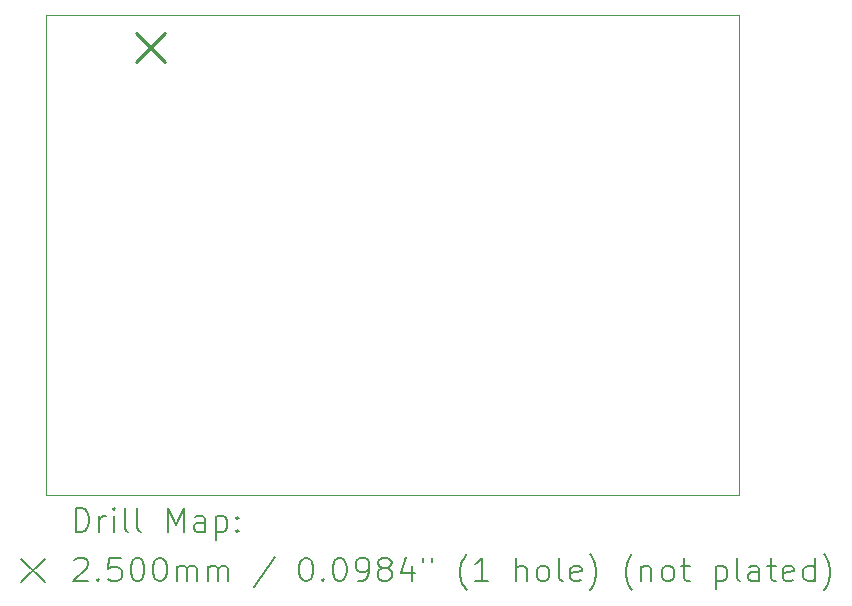
<source format=gbr>
%FSLAX45Y45*%
G04 Gerber Fmt 4.5, Leading zero omitted, Abs format (unit mm)*
G04 Created by KiCad (PCBNEW (6.0.5)) date 2024-04-20 13:37:29*
%MOMM*%
%LPD*%
G01*
G04 APERTURE LIST*
%TA.AperFunction,Profile*%
%ADD10C,0.100000*%
%TD*%
%ADD11C,0.200000*%
%ADD12C,0.250000*%
G04 APERTURE END LIST*
D10*
X16764000Y-8559800D02*
X16764000Y-12623800D01*
X16764000Y-12623800D02*
X10896600Y-12623800D01*
X10896600Y-8559800D02*
X16764000Y-8559800D01*
X10896600Y-12623800D02*
X10896600Y-8559800D01*
D11*
D12*
X11660600Y-8714200D02*
X11910600Y-8964200D01*
X11910600Y-8714200D02*
X11660600Y-8964200D01*
D11*
X11149219Y-12939276D02*
X11149219Y-12739276D01*
X11196838Y-12739276D01*
X11225409Y-12748800D01*
X11244457Y-12767848D01*
X11253981Y-12786895D01*
X11263505Y-12824990D01*
X11263505Y-12853562D01*
X11253981Y-12891657D01*
X11244457Y-12910705D01*
X11225409Y-12929752D01*
X11196838Y-12939276D01*
X11149219Y-12939276D01*
X11349219Y-12939276D02*
X11349219Y-12805943D01*
X11349219Y-12844038D02*
X11358743Y-12824990D01*
X11368267Y-12815467D01*
X11387314Y-12805943D01*
X11406362Y-12805943D01*
X11473028Y-12939276D02*
X11473028Y-12805943D01*
X11473028Y-12739276D02*
X11463505Y-12748800D01*
X11473028Y-12758324D01*
X11482552Y-12748800D01*
X11473028Y-12739276D01*
X11473028Y-12758324D01*
X11596838Y-12939276D02*
X11577790Y-12929752D01*
X11568267Y-12910705D01*
X11568267Y-12739276D01*
X11701600Y-12939276D02*
X11682552Y-12929752D01*
X11673028Y-12910705D01*
X11673028Y-12739276D01*
X11930171Y-12939276D02*
X11930171Y-12739276D01*
X11996838Y-12882133D01*
X12063505Y-12739276D01*
X12063505Y-12939276D01*
X12244457Y-12939276D02*
X12244457Y-12834514D01*
X12234933Y-12815467D01*
X12215886Y-12805943D01*
X12177790Y-12805943D01*
X12158743Y-12815467D01*
X12244457Y-12929752D02*
X12225409Y-12939276D01*
X12177790Y-12939276D01*
X12158743Y-12929752D01*
X12149219Y-12910705D01*
X12149219Y-12891657D01*
X12158743Y-12872609D01*
X12177790Y-12863086D01*
X12225409Y-12863086D01*
X12244457Y-12853562D01*
X12339695Y-12805943D02*
X12339695Y-13005943D01*
X12339695Y-12815467D02*
X12358743Y-12805943D01*
X12396838Y-12805943D01*
X12415886Y-12815467D01*
X12425409Y-12824990D01*
X12434933Y-12844038D01*
X12434933Y-12901181D01*
X12425409Y-12920228D01*
X12415886Y-12929752D01*
X12396838Y-12939276D01*
X12358743Y-12939276D01*
X12339695Y-12929752D01*
X12520648Y-12920228D02*
X12530171Y-12929752D01*
X12520648Y-12939276D01*
X12511124Y-12929752D01*
X12520648Y-12920228D01*
X12520648Y-12939276D01*
X12520648Y-12815467D02*
X12530171Y-12824990D01*
X12520648Y-12834514D01*
X12511124Y-12824990D01*
X12520648Y-12815467D01*
X12520648Y-12834514D01*
X10691600Y-13168800D02*
X10891600Y-13368800D01*
X10891600Y-13168800D02*
X10691600Y-13368800D01*
X11139695Y-13178324D02*
X11149219Y-13168800D01*
X11168267Y-13159276D01*
X11215886Y-13159276D01*
X11234933Y-13168800D01*
X11244457Y-13178324D01*
X11253981Y-13197371D01*
X11253981Y-13216419D01*
X11244457Y-13244990D01*
X11130171Y-13359276D01*
X11253981Y-13359276D01*
X11339695Y-13340228D02*
X11349219Y-13349752D01*
X11339695Y-13359276D01*
X11330171Y-13349752D01*
X11339695Y-13340228D01*
X11339695Y-13359276D01*
X11530171Y-13159276D02*
X11434933Y-13159276D01*
X11425409Y-13254514D01*
X11434933Y-13244990D01*
X11453981Y-13235467D01*
X11501600Y-13235467D01*
X11520648Y-13244990D01*
X11530171Y-13254514D01*
X11539695Y-13273562D01*
X11539695Y-13321181D01*
X11530171Y-13340228D01*
X11520648Y-13349752D01*
X11501600Y-13359276D01*
X11453981Y-13359276D01*
X11434933Y-13349752D01*
X11425409Y-13340228D01*
X11663505Y-13159276D02*
X11682552Y-13159276D01*
X11701600Y-13168800D01*
X11711124Y-13178324D01*
X11720648Y-13197371D01*
X11730171Y-13235467D01*
X11730171Y-13283086D01*
X11720648Y-13321181D01*
X11711124Y-13340228D01*
X11701600Y-13349752D01*
X11682552Y-13359276D01*
X11663505Y-13359276D01*
X11644457Y-13349752D01*
X11634933Y-13340228D01*
X11625409Y-13321181D01*
X11615886Y-13283086D01*
X11615886Y-13235467D01*
X11625409Y-13197371D01*
X11634933Y-13178324D01*
X11644457Y-13168800D01*
X11663505Y-13159276D01*
X11853981Y-13159276D02*
X11873028Y-13159276D01*
X11892076Y-13168800D01*
X11901600Y-13178324D01*
X11911124Y-13197371D01*
X11920648Y-13235467D01*
X11920648Y-13283086D01*
X11911124Y-13321181D01*
X11901600Y-13340228D01*
X11892076Y-13349752D01*
X11873028Y-13359276D01*
X11853981Y-13359276D01*
X11834933Y-13349752D01*
X11825409Y-13340228D01*
X11815886Y-13321181D01*
X11806362Y-13283086D01*
X11806362Y-13235467D01*
X11815886Y-13197371D01*
X11825409Y-13178324D01*
X11834933Y-13168800D01*
X11853981Y-13159276D01*
X12006362Y-13359276D02*
X12006362Y-13225943D01*
X12006362Y-13244990D02*
X12015886Y-13235467D01*
X12034933Y-13225943D01*
X12063505Y-13225943D01*
X12082552Y-13235467D01*
X12092076Y-13254514D01*
X12092076Y-13359276D01*
X12092076Y-13254514D02*
X12101600Y-13235467D01*
X12120648Y-13225943D01*
X12149219Y-13225943D01*
X12168267Y-13235467D01*
X12177790Y-13254514D01*
X12177790Y-13359276D01*
X12273028Y-13359276D02*
X12273028Y-13225943D01*
X12273028Y-13244990D02*
X12282552Y-13235467D01*
X12301600Y-13225943D01*
X12330171Y-13225943D01*
X12349219Y-13235467D01*
X12358743Y-13254514D01*
X12358743Y-13359276D01*
X12358743Y-13254514D02*
X12368267Y-13235467D01*
X12387314Y-13225943D01*
X12415886Y-13225943D01*
X12434933Y-13235467D01*
X12444457Y-13254514D01*
X12444457Y-13359276D01*
X12834933Y-13149752D02*
X12663505Y-13406895D01*
X13092076Y-13159276D02*
X13111124Y-13159276D01*
X13130171Y-13168800D01*
X13139695Y-13178324D01*
X13149219Y-13197371D01*
X13158743Y-13235467D01*
X13158743Y-13283086D01*
X13149219Y-13321181D01*
X13139695Y-13340228D01*
X13130171Y-13349752D01*
X13111124Y-13359276D01*
X13092076Y-13359276D01*
X13073028Y-13349752D01*
X13063505Y-13340228D01*
X13053981Y-13321181D01*
X13044457Y-13283086D01*
X13044457Y-13235467D01*
X13053981Y-13197371D01*
X13063505Y-13178324D01*
X13073028Y-13168800D01*
X13092076Y-13159276D01*
X13244457Y-13340228D02*
X13253981Y-13349752D01*
X13244457Y-13359276D01*
X13234933Y-13349752D01*
X13244457Y-13340228D01*
X13244457Y-13359276D01*
X13377790Y-13159276D02*
X13396838Y-13159276D01*
X13415886Y-13168800D01*
X13425409Y-13178324D01*
X13434933Y-13197371D01*
X13444457Y-13235467D01*
X13444457Y-13283086D01*
X13434933Y-13321181D01*
X13425409Y-13340228D01*
X13415886Y-13349752D01*
X13396838Y-13359276D01*
X13377790Y-13359276D01*
X13358743Y-13349752D01*
X13349219Y-13340228D01*
X13339695Y-13321181D01*
X13330171Y-13283086D01*
X13330171Y-13235467D01*
X13339695Y-13197371D01*
X13349219Y-13178324D01*
X13358743Y-13168800D01*
X13377790Y-13159276D01*
X13539695Y-13359276D02*
X13577790Y-13359276D01*
X13596838Y-13349752D01*
X13606362Y-13340228D01*
X13625409Y-13311657D01*
X13634933Y-13273562D01*
X13634933Y-13197371D01*
X13625409Y-13178324D01*
X13615886Y-13168800D01*
X13596838Y-13159276D01*
X13558743Y-13159276D01*
X13539695Y-13168800D01*
X13530171Y-13178324D01*
X13520648Y-13197371D01*
X13520648Y-13244990D01*
X13530171Y-13264038D01*
X13539695Y-13273562D01*
X13558743Y-13283086D01*
X13596838Y-13283086D01*
X13615886Y-13273562D01*
X13625409Y-13264038D01*
X13634933Y-13244990D01*
X13749219Y-13244990D02*
X13730171Y-13235467D01*
X13720648Y-13225943D01*
X13711124Y-13206895D01*
X13711124Y-13197371D01*
X13720648Y-13178324D01*
X13730171Y-13168800D01*
X13749219Y-13159276D01*
X13787314Y-13159276D01*
X13806362Y-13168800D01*
X13815886Y-13178324D01*
X13825409Y-13197371D01*
X13825409Y-13206895D01*
X13815886Y-13225943D01*
X13806362Y-13235467D01*
X13787314Y-13244990D01*
X13749219Y-13244990D01*
X13730171Y-13254514D01*
X13720648Y-13264038D01*
X13711124Y-13283086D01*
X13711124Y-13321181D01*
X13720648Y-13340228D01*
X13730171Y-13349752D01*
X13749219Y-13359276D01*
X13787314Y-13359276D01*
X13806362Y-13349752D01*
X13815886Y-13340228D01*
X13825409Y-13321181D01*
X13825409Y-13283086D01*
X13815886Y-13264038D01*
X13806362Y-13254514D01*
X13787314Y-13244990D01*
X13996838Y-13225943D02*
X13996838Y-13359276D01*
X13949219Y-13149752D02*
X13901600Y-13292609D01*
X14025409Y-13292609D01*
X14092076Y-13159276D02*
X14092076Y-13197371D01*
X14168267Y-13159276D02*
X14168267Y-13197371D01*
X14463505Y-13435467D02*
X14453981Y-13425943D01*
X14434933Y-13397371D01*
X14425409Y-13378324D01*
X14415886Y-13349752D01*
X14406362Y-13302133D01*
X14406362Y-13264038D01*
X14415886Y-13216419D01*
X14425409Y-13187848D01*
X14434933Y-13168800D01*
X14453981Y-13140228D01*
X14463505Y-13130705D01*
X14644457Y-13359276D02*
X14530171Y-13359276D01*
X14587314Y-13359276D02*
X14587314Y-13159276D01*
X14568267Y-13187848D01*
X14549219Y-13206895D01*
X14530171Y-13216419D01*
X14882552Y-13359276D02*
X14882552Y-13159276D01*
X14968267Y-13359276D02*
X14968267Y-13254514D01*
X14958743Y-13235467D01*
X14939695Y-13225943D01*
X14911124Y-13225943D01*
X14892076Y-13235467D01*
X14882552Y-13244990D01*
X15092076Y-13359276D02*
X15073028Y-13349752D01*
X15063505Y-13340228D01*
X15053981Y-13321181D01*
X15053981Y-13264038D01*
X15063505Y-13244990D01*
X15073028Y-13235467D01*
X15092076Y-13225943D01*
X15120648Y-13225943D01*
X15139695Y-13235467D01*
X15149219Y-13244990D01*
X15158743Y-13264038D01*
X15158743Y-13321181D01*
X15149219Y-13340228D01*
X15139695Y-13349752D01*
X15120648Y-13359276D01*
X15092076Y-13359276D01*
X15273028Y-13359276D02*
X15253981Y-13349752D01*
X15244457Y-13330705D01*
X15244457Y-13159276D01*
X15425409Y-13349752D02*
X15406362Y-13359276D01*
X15368267Y-13359276D01*
X15349219Y-13349752D01*
X15339695Y-13330705D01*
X15339695Y-13254514D01*
X15349219Y-13235467D01*
X15368267Y-13225943D01*
X15406362Y-13225943D01*
X15425409Y-13235467D01*
X15434933Y-13254514D01*
X15434933Y-13273562D01*
X15339695Y-13292609D01*
X15501600Y-13435467D02*
X15511124Y-13425943D01*
X15530171Y-13397371D01*
X15539695Y-13378324D01*
X15549219Y-13349752D01*
X15558743Y-13302133D01*
X15558743Y-13264038D01*
X15549219Y-13216419D01*
X15539695Y-13187848D01*
X15530171Y-13168800D01*
X15511124Y-13140228D01*
X15501600Y-13130705D01*
X15863505Y-13435467D02*
X15853981Y-13425943D01*
X15834933Y-13397371D01*
X15825409Y-13378324D01*
X15815886Y-13349752D01*
X15806362Y-13302133D01*
X15806362Y-13264038D01*
X15815886Y-13216419D01*
X15825409Y-13187848D01*
X15834933Y-13168800D01*
X15853981Y-13140228D01*
X15863505Y-13130705D01*
X15939695Y-13225943D02*
X15939695Y-13359276D01*
X15939695Y-13244990D02*
X15949219Y-13235467D01*
X15968267Y-13225943D01*
X15996838Y-13225943D01*
X16015886Y-13235467D01*
X16025409Y-13254514D01*
X16025409Y-13359276D01*
X16149219Y-13359276D02*
X16130171Y-13349752D01*
X16120648Y-13340228D01*
X16111124Y-13321181D01*
X16111124Y-13264038D01*
X16120648Y-13244990D01*
X16130171Y-13235467D01*
X16149219Y-13225943D01*
X16177790Y-13225943D01*
X16196838Y-13235467D01*
X16206362Y-13244990D01*
X16215886Y-13264038D01*
X16215886Y-13321181D01*
X16206362Y-13340228D01*
X16196838Y-13349752D01*
X16177790Y-13359276D01*
X16149219Y-13359276D01*
X16273028Y-13225943D02*
X16349219Y-13225943D01*
X16301600Y-13159276D02*
X16301600Y-13330705D01*
X16311124Y-13349752D01*
X16330171Y-13359276D01*
X16349219Y-13359276D01*
X16568267Y-13225943D02*
X16568267Y-13425943D01*
X16568267Y-13235467D02*
X16587314Y-13225943D01*
X16625409Y-13225943D01*
X16644457Y-13235467D01*
X16653981Y-13244990D01*
X16663505Y-13264038D01*
X16663505Y-13321181D01*
X16653981Y-13340228D01*
X16644457Y-13349752D01*
X16625409Y-13359276D01*
X16587314Y-13359276D01*
X16568267Y-13349752D01*
X16777790Y-13359276D02*
X16758743Y-13349752D01*
X16749219Y-13330705D01*
X16749219Y-13159276D01*
X16939695Y-13359276D02*
X16939695Y-13254514D01*
X16930171Y-13235467D01*
X16911124Y-13225943D01*
X16873029Y-13225943D01*
X16853981Y-13235467D01*
X16939695Y-13349752D02*
X16920648Y-13359276D01*
X16873029Y-13359276D01*
X16853981Y-13349752D01*
X16844457Y-13330705D01*
X16844457Y-13311657D01*
X16853981Y-13292609D01*
X16873029Y-13283086D01*
X16920648Y-13283086D01*
X16939695Y-13273562D01*
X17006362Y-13225943D02*
X17082552Y-13225943D01*
X17034933Y-13159276D02*
X17034933Y-13330705D01*
X17044457Y-13349752D01*
X17063505Y-13359276D01*
X17082552Y-13359276D01*
X17225410Y-13349752D02*
X17206362Y-13359276D01*
X17168267Y-13359276D01*
X17149219Y-13349752D01*
X17139695Y-13330705D01*
X17139695Y-13254514D01*
X17149219Y-13235467D01*
X17168267Y-13225943D01*
X17206362Y-13225943D01*
X17225410Y-13235467D01*
X17234933Y-13254514D01*
X17234933Y-13273562D01*
X17139695Y-13292609D01*
X17406362Y-13359276D02*
X17406362Y-13159276D01*
X17406362Y-13349752D02*
X17387314Y-13359276D01*
X17349219Y-13359276D01*
X17330171Y-13349752D01*
X17320648Y-13340228D01*
X17311124Y-13321181D01*
X17311124Y-13264038D01*
X17320648Y-13244990D01*
X17330171Y-13235467D01*
X17349219Y-13225943D01*
X17387314Y-13225943D01*
X17406362Y-13235467D01*
X17482552Y-13435467D02*
X17492076Y-13425943D01*
X17511124Y-13397371D01*
X17520648Y-13378324D01*
X17530171Y-13349752D01*
X17539695Y-13302133D01*
X17539695Y-13264038D01*
X17530171Y-13216419D01*
X17520648Y-13187848D01*
X17511124Y-13168800D01*
X17492076Y-13140228D01*
X17482552Y-13130705D01*
M02*

</source>
